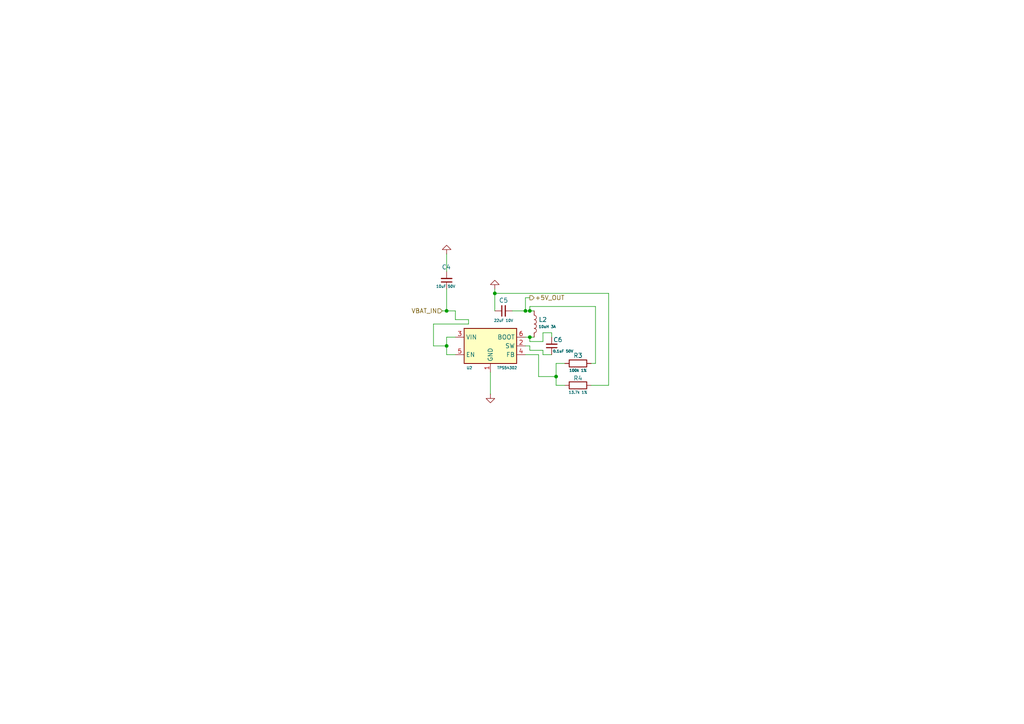
<source format=kicad_sch>
(kicad_sch (version 20250114) (generator "eeschema") (generator_version "9.0")
  (paper "A4")
  (lib_symbols
    (symbol "Device:C_Small" (pin_numbers (hide yes)) (pin_names (offset 0.254) (hide yes))
      (property "Reference" "C" (at 0.254 1.778 0))
      (property "Value" "C_Small" (at 0.254 -2.032 0))
      (symbol "C_Small_0_1"
        (polyline (pts (xy -1.524 0.508) (xy 1.524 0.508)) (stroke (width 0.3048)))
        (polyline (pts (xy -1.524 -0.508) (xy 1.524 -0.508)) (stroke (width 0.3302)))
      )
      (symbol "C_Small_1_1"
        (pin passive line (at 0 2.54 270) (length 2.032) (name "~") (number "1"))
        (pin passive line (at 0 -2.54 90) (length 2.032) (name "~") (number "2"))
      )
    )
    (symbol "Device:L" (pin_numbers (hide yes)) (pin_names (offset 1.016) (hide yes))
      (property "Reference" "L" (at -1.27 0 90))
      (property "Value" "L" (at 1.905 0 90))
      (symbol "L_0_1"
        (arc (start 0 2.54) (mid 0.6323 1.905) (end 0 1.27))
        (arc (start 0 1.27) (mid 0.6323 0.635) (end 0 0))
        (arc (start 0 0) (mid 0.6323 -0.635) (end 0 -1.27))
        (arc (start 0 -1.27) (mid 0.6323 -1.905) (end 0 -2.54))
      )
      (symbol "L_1_1"
        (pin passive line (at 0 3.81 270) (length 1.27) (name "1") (number "1"))
        (pin passive line (at 0 -3.81 90) (length 1.27) (name "2") (number "2"))
      )
    )
    (symbol "Device:R" (pin_numbers (hide yes)) (pin_names (offset 0))
      (property "Reference" "R" (at 2.032 0 90))
      (property "Value" "R" (at 0 0 90))
      (symbol "R_0_1"
        (rectangle (start -1.016 -2.54) (end 1.016 2.54) (stroke (width 0.254)))
      )
      (symbol "R_1_1"
        (pin passive line (at 0 3.81 270) (length 1.27) (name "~") (number "1"))
        (pin passive line (at 0 -3.81 90) (length 1.27) (name "~") (number "2"))
      )
    )
    (symbol "Regulator_Switching:TPS54302"
      (property "Reference" "U" (at -7.62 6.35 0))
      (property "Value" "TPS54302" (at 0 6.35 0))
      (symbol "TPS54302_0_1"
        (rectangle (start -7.62 5.08) (end 7.62 -5.08) (stroke (width 0.254)) (fill (type background)))
      )
      (symbol "TPS54302_1_1"
        (pin power_in line (at -10.16 2.54 0) (length 2.54) (name "VIN") (number "3"))
        (pin input line (at -10.16 -2.54 0) (length 2.54) (name "EN") (number "5"))
        (pin power_in line (at 0 -7.62 90) (length 2.54) (name "GND") (number "1"))
        (pin passive line (at 10.16 2.54 180) (length 2.54) (name "BOOT") (number "6"))
        (pin power_out line (at 10.16 0 180) (length 2.54) (name "SW") (number "2"))
        (pin input line (at 10.16 -2.54 180) (length 2.54) (name "FB") (number "4"))
      )
    )
    (symbol "power:GND" (power) (pin_numbers (hide yes)) (pin_names (offset 0) (hide yes))
      (property "Value" "GND" (at 0 -3.81 0))
      (symbol "GND_0_1"
        (polyline (pts (xy 0 0) (xy 0 -1.27) (xy 1.27 -1.27) (xy 0 -2.54) (xy -1.27 -1.27) (xy 0 -1.27)))
      )
      (symbol "GND_1_1"
        (pin power_in line (at 0 0 270) (length 0) (name "~") (number "1"))
      )
    )
  )
  (junction (at 129.54 90.17))
  (junction (at 143.51 85.09))
  (junction (at 153.67 97.79))
  (junction (at 153.67 90.17))
  (junction (at 161.29 109.22))
  (junction (at 152.4 90.17))
  (junction (at 129.54 100.33))
  (wire (pts (xy 176.53 111.76) (xy 171.45 111.76)))
  (wire (pts (xy 142.24 107.95) (xy 142.24 114.3)))
  (wire (pts (xy 153.67 88.9) (xy 153.67 90.17)))
  (wire (pts (xy 128.27 90.17) (xy 129.54 90.17)))
  (wire (pts (xy 176.53 85.09) (xy 176.53 111.76)))
  (wire (pts (xy 132.08 90.17) (xy 132.08 92.71)))
  (wire (pts (xy 135.89 92.71) (xy 132.08 92.71)))
  (wire (pts (xy 132.08 97.79) (xy 129.54 97.79)))
  (wire (pts (xy 135.89 93.98) (xy 135.89 92.71)))
  (wire (pts (xy 153.67 97.79) (xy 154.94 97.79)))
  (wire (pts (xy 129.54 102.87) (xy 132.08 102.87)))
  (wire (pts (xy 153.67 88.9) (xy 172.72 88.9)))
  (wire (pts (xy 160.02 96.52) (xy 160.02 97.79)))
  (wire (pts (xy 129.54 90.17) (xy 132.08 90.17)))
  (wire (pts (xy 157.48 101.6) (xy 153.67 101.6)))
  (wire (pts (xy 129.54 83.82) (xy 129.54 90.17)))
  (wire (pts (xy 153.67 101.6) (xy 153.67 100.33)))
  (wire (pts (xy 129.54 97.79) (xy 129.54 100.33)))
  (wire (pts (xy 125.73 100.33) (xy 125.73 93.98)))
  (wire (pts (xy 156.21 102.87) (xy 152.4 102.87)))
  (wire (pts (xy 161.29 111.76) (xy 161.29 109.22)))
  (wire (pts (xy 143.51 85.09) (xy 176.53 85.09)))
  (wire (pts (xy 153.67 97.79) (xy 153.67 99.06)))
  (wire (pts (xy 163.83 111.76) (xy 161.29 111.76)))
  (wire (pts (xy 143.51 85.09) (xy 143.51 90.17)))
  (wire (pts (xy 152.4 90.17) (xy 153.67 90.17)))
  (wire (pts (xy 152.4 97.79) (xy 153.67 97.79)))
  (wire (pts (xy 157.48 99.06) (xy 157.48 96.52)))
  (wire (pts (xy 153.67 99.06) (xy 157.48 99.06)))
  (wire (pts (xy 160.02 102.87) (xy 157.48 102.87)))
  (wire (pts (xy 129.54 73.66) (xy 129.54 78.74)))
  (wire (pts (xy 153.67 100.33) (xy 152.4 100.33)))
  (wire (pts (xy 152.4 86.36) (xy 153.67 86.36)))
  (wire (pts (xy 161.29 109.22) (xy 156.21 109.22)))
  (wire (pts (xy 143.51 83.82) (xy 143.51 85.09)))
  (wire (pts (xy 153.67 90.17) (xy 154.94 90.17)))
  (wire (pts (xy 171.45 105.41) (xy 172.72 105.41)))
  (wire (pts (xy 172.72 88.9) (xy 172.72 105.41)))
  (wire (pts (xy 125.73 93.98) (xy 135.89 93.98)))
  (wire (pts (xy 157.48 102.87) (xy 157.48 101.6)))
  (wire (pts (xy 148.59 90.17) (xy 152.4 90.17)))
  (wire (pts (xy 161.29 105.41) (xy 163.83 105.41)))
  (wire (pts (xy 129.54 100.33) (xy 125.73 100.33)))
  (wire (pts (xy 157.48 96.52) (xy 160.02 96.52)))
  (wire (pts (xy 129.54 100.33) (xy 129.54 102.87)))
  (wire (pts (xy 161.29 109.22) (xy 161.29 105.41)))
  (wire (pts (xy 156.21 109.22) (xy 156.21 102.87)))
  (wire (pts (xy 152.4 90.17) (xy 152.4 86.36)))
  (hierarchical_label "VBAT_IN" (shape input) (at 128.27 90.17 180))
  (hierarchical_label "+5V_OUT" (shape output) (at 153.67 86.36 0))
  (symbol (lib_id "Device:C_Small") (at 146.05 90.17 90) (unit 1)
    (property "Reference" "C5" (at 146.05 87.122 90))
    (property "Value" "22uF 10V" (at 146.05 92.964 90) (effects (font (size 0.762 0.762))))
    (property "Description" "Unpolarized capacitor, small symbol" (effects (hide yes)))
  )
  (symbol (lib_id "Device:R") (at 167.64 105.41 90) (unit 1)
    (property "Reference" "R3" (at 167.64 103.124 90))
    (property "Value" "100k 1%" (at 167.64 107.442 90) (effects (font (size 0.762 0.762))))
    (property "Description" "Resistor" (effects (hide yes)))
  )
  (symbol (lib_id "Device:C_Small") (at 160.02 100.33 180) (unit 1)
    (property "Reference" "C6" (at 161.798 98.552 0))
    (property "Value" "0.1uF 50V" (at 163.322 101.854 0) (effects (font (size 0.762 0.762))))
    (property "Description" "Unpolarized capacitor, small symbol" (effects (hide yes)))
  )
  (symbol (lib_id "power:GND") (at 142.24 114.3 0) (unit 1)
    (property "Reference" "#PWR05" (effects (hide yes)))
    (property "Value" "GND" (effects (hide yes)))
    (property "Description" "Power symbol creates a global label with name \"GND\" , ground" (effects (hide yes)))
  )
  (symbol (lib_id "Device:R") (at 167.64 111.76 270) (unit 1)
    (property "Reference" "R4" (at 167.64 109.728 90))
    (property "Value" "13.7k 1%" (at 167.64 113.792 90) (effects (font (size 0.762 0.762))))
    (property "Description" "Resistor" (effects (hide yes)))
  )
  (symbol (lib_id "Device:L") (at 154.94 93.98 0) (unit 1)
    (property "Reference" "L2" (at 156.21 92.7099 0) (effects (justify left)))
    (property "Value" "10uH 3A" (at 156.21 94.742 0) (effects (font (size 0.762 0.762)) (justify left)))
    (property "Description" "Inductor" (effects (hide yes)))
  )
  (symbol (lib_id "power:GND") (at 143.51 83.82 180) (unit 1)
    (property "Reference" "#PWR06" (effects (hide yes)))
    (property "Value" "GND" (effects (hide yes)))
    (property "Description" "Power symbol creates a global label with name \"GND\" , ground" (effects (hide yes)))
  )
  (symbol (lib_id "power:GND") (at 129.54 73.66 180) (unit 1)
    (property "Reference" "#PWR040" (effects (hide yes)))
    (property "Value" "GND" (effects (hide yes)))
    (property "Description" "Power symbol creates a global label with name \"GND\" , ground" (effects (hide yes)))
  )
  (symbol (lib_id "Regulator_Switching:TPS54302") (at 142.24 100.33 0) (unit 1)
    (property "Reference" "U2" (at 136.144 106.68 0) (effects (font (size 0.762 0.762))))
    (property "Value" "TPS54302" (at 147.066 106.68 0) (effects (font (size 0.762 0.762))))
    (property "Footprint" "Package_TO_SOT_SMD:SOT-23-6" (effects (hide yes)))
    (property "Datasheet" "http://www.ti.com/lit/ds/symlink/tps54302.pdf" (effects (hide yes)))
    (property "Description" "3A, 4.5 to 28V Input, EMI Friendly integrated switch synchronous step-down regulator, pulse-skipping, SOT-23-6" (effects (hide yes)))
  )
  (symbol (lib_id "Device:C_Small") (at 129.54 81.28 180) (unit 1)
    (property "Reference" "C4" (at 130.81 77.47 0) (effects (justify left)))
    (property "Value" "10uF 50V" (at 132.08 83.058 0) (effects (font (size 0.762 0.762)) (justify left)))
    (property "Description" "Unpolarized capacitor, small symbol" (effects (hide yes)))
  )
)
</source>
